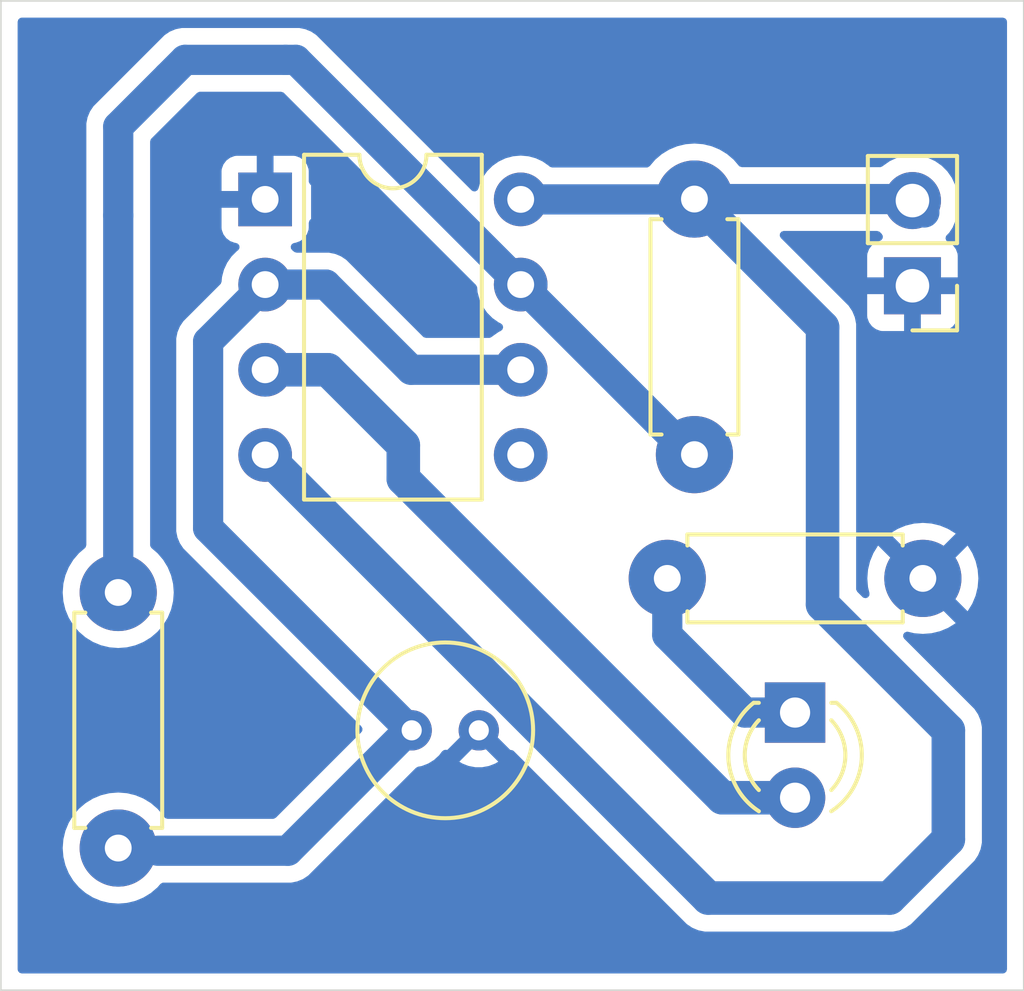
<source format=kicad_pcb>
(kicad_pcb (version 20240108) (generator "pcbnew") (generator_version "8.0")
  (layers (0 "F.Cu" signal) (31 "B.Cu" signal) (36 "B.SilkS" user "B.Silkscreen") (37 "F.SilkS" user "F.Silkscreen") (38 "B.Mask" user) (39 "F.Mask" user) (44 "Edge.Cuts" user))
  (net 0 "")
  (net 1 "/CHR")
  (net 2 "GND")
  (net 3 "Net-(D1-K)")
  (net 4 "/OUT")
  (net 5 "9V")
  (net 6 "/DIS")
  (footprint "LED_THT:LED_D3.0mm" (layer "F.Cu") (at 118.68 79.47 -90)
    (property "Reference" "D1" (hide yes))
    (property "Value" "LED")
    (fp_line (start -0.29 1.08) (end -0.29 1.236) (stroke (width 0.12)) (layer "F.SilkS"))
    (fp_line (start -0.29 -1.236) (end -0.29 -1.08) (stroke (width 0.12)) (layer "F.SilkS"))
    (fp_arc (start 2.31113 1.079837) (mid 1.270117 1.5) (end 0.229039 1.08) (stroke (width 0.12)) (layer "F.SilkS"))
    (fp_arc (start 2.942335 1.078608) (mid 1.366487 1.987659) (end -0.29 1.235516) (stroke (width 0.12)) (layer "F.SilkS"))
    (fp_arc (start 0.229039 -1.08) (mid 1.270117 -1.5) (end 2.31113 -1.079837) (stroke (width 0.12)) (layer "F.SilkS"))
    (fp_arc (start -0.29 -1.235516) (mid 1.366487 -1.987659) (end 2.942335 -1.078608) (stroke (width 0.12)) (layer "F.SilkS"))
    (pad "1" thru_hole rect (at 0 0 270) (size 1.8 1.8) (drill 0.9) (layers "*.Cu" "*.Mask") (net 3 "Net-(D1-K)"))
    (pad "2" thru_hole circle (at 2.54 0 270) (size 1.8 1.8) (drill 0.9) (layers "*.Cu" "*.Mask") (net 4 "/OUT"))
  )
  (footprint "Capacitor_THT:C_Radial_D5.0mm_H7.0mm_P2.00mm" (layer "F.Cu") (at 107.25 80)
    (property "Reference" "C1" (hide yes))
    (property "Value" "10uF")
    (fp_circle (center 1 0) (end 3.62 0) (stroke (width 0.12)) (fill none) (layer "F.SilkS"))
    (pad "1" thru_hole circle (at 0 0) (size 1.2 1.2) (drill 0.6) (layers "*.Cu" "*.Mask") (net 1 "/CHR"))
    (pad "2" thru_hole circle (at 2 0) (size 1.2 1.2) (drill 0.6) (layers "*.Cu" "*.Mask") (net 2 "GND"))
  )
  (footprint "Connector_PinHeader_2.54mm:PinHeader_1x02_P2.54mm_Vertical" (layer "F.Cu") (at 122.18 66.745 180)
    (property "Reference" "J1" (hide yes))
    (property "Value" "Conn_01x02_Pin")
    (fp_line (start 1.33 1.27) (end 1.33 3.87) (stroke (width 0.12)) (layer "F.SilkS"))
    (fp_line (start -1.33 3.87) (end 1.33 3.87) (stroke (width 0.12)) (layer "F.SilkS"))
    (fp_line (start -1.33 1.27) (end 1.33 1.27) (stroke (width 0.12)) (layer "F.SilkS"))
    (fp_line (start -1.33 1.27) (end -1.33 3.87) (stroke (width 0.12)) (layer "F.SilkS"))
    (fp_line (start -1.33 0) (end -1.33 -1.33) (stroke (width 0.12)) (layer "F.SilkS"))
    (fp_line (start -1.33 -1.33) (end 0 -1.33) (stroke (width 0.12)) (layer "F.SilkS"))
    (pad "1" thru_hole rect (at 0 0 180) (size 1.7 1.7) (drill 1) (layers "*.Cu" "*.Mask") (net 2 "GND"))
    (pad "2" thru_hole oval (at 0 2.54 180) (size 1.7 1.7) (drill 1) (layers "*.Cu" "*.Mask") (net 5 "9V"))
  )
  (footprint "MY_LIB:Resistor_small" (layer "F.Cu") (at 98.5 75.89 -90)
    (property "Reference" "R2" (hide yes))
    (property "Value" "100K")
    (fp_line (start 0.6 1.31) (end 7.02 1.31) (stroke (width 0.12)) (layer "F.SilkS"))
    (fp_line (start 7.02 1.31) (end 7.02 0.98) (stroke (width 0.12)) (layer "F.SilkS"))
    (fp_line (start 0.6 0.98) (end 0.6 1.31) (stroke (width 0.12)) (layer "F.SilkS"))
    (fp_line (start 0.6 -0.98) (end 0.6 -1.31) (stroke (width 0.12)) (layer "F.SilkS"))
    (fp_line (start 0.6 -1.31) (end 7.02 -1.31) (stroke (width 0.12)) (layer "F.SilkS"))
    (fp_line (start 7.02 -1.31) (end 7.02 -0.98) (stroke (width 0.12)) (layer "F.SilkS"))
    (pad "1" thru_hole circle (at 0 0 270) (size 2.3 2.3) (drill 0.8) (layers "*.Cu" "*.Mask") (net 6 "/DIS"))
    (pad "2" thru_hole circle (at 7.62 0 270) (size 2.3 2.3) (drill 0.8) (layers "*.Cu" "*.Mask") (net 1 "/CHR"))
  )
  (footprint "MY_LIB:Resistor_small" (layer "F.Cu") (at 114.87 75.47)
    (property "Reference" "R3" (hide yes))
    (property "Value" "220" (hide yes))
    (fp_line (start 0.6 -1.31) (end 7.02 -1.31) (stroke (width 0.12)) (layer "F.SilkS"))
    (fp_line (start 0.6 -0.98) (end 0.6 -1.31) (stroke (width 0.12)) (layer "F.SilkS"))
    (fp_line (start 0.6 0.98) (end 0.6 1.31) (stroke (width 0.12)) (layer "F.SilkS"))
    (fp_line (start 0.6 1.31) (end 7.02 1.31) (stroke (width 0.12)) (layer "F.SilkS"))
    (fp_line (start 7.02 -1.31) (end 7.02 -0.98) (stroke (width 0.12)) (layer "F.SilkS"))
    (fp_line (start 7.02 1.31) (end 7.02 0.98) (stroke (width 0.12)) (layer "F.SilkS"))
    (pad "1" thru_hole circle (at 0 0) (size 2.3 2.3) (drill 0.8) (layers "*.Cu" "*.Mask") (net 3 "Net-(D1-K)"))
    (pad "2" thru_hole circle (at 7.62 0) (size 2.3 2.3) (drill 0.8) (layers "*.Cu" "*.Mask") (net 2 "GND"))
  )
  (footprint "MY_LIB:Resistor_small" (layer "F.Cu") (at 115.68 64.16 -90)
    (property "Reference" "R1" (hide yes))
    (property "Value" "1K")
    (fp_line (start 0.6 1.31) (end 7.02 1.31) (stroke (width 0.12)) (layer "F.SilkS"))
    (fp_line (start 7.02 1.31) (end 7.02 0.98) (stroke (width 0.12)) (layer "F.SilkS"))
    (fp_line (start 0.6 0.98) (end 0.6 1.31) (stroke (width 0.12)) (layer "F.SilkS"))
    (fp_line (start 0.6 -0.98) (end 0.6 -1.31) (stroke (width 0.12)) (layer "F.SilkS"))
    (fp_line (start 0.6 -1.31) (end 7.02 -1.31) (stroke (width 0.12)) (layer "F.SilkS"))
    (fp_line (start 7.02 -1.31) (end 7.02 -0.98) (stroke (width 0.12)) (layer "F.SilkS"))
    (pad "1" thru_hole circle (at 0 0 270) (size 2.3 2.3) (drill 0.8) (layers "*.Cu" "*.Mask") (net 5 "9V"))
    (pad "2" thru_hole circle (at 7.62 0 270) (size 2.3 2.3) (drill 0.8) (layers "*.Cu" "*.Mask") (net 6 "/DIS"))
  )
  (footprint "Package_DIP:DIP-8_W7.62mm" (layer "F.Cu") (at 102.88 64.17)
    (property "Reference" "U1" (hide yes))
    (property "Value" "ICM7555xP")
    (fp_line (start 1.16 -1.33) (end 1.16 8.95) (stroke (width 0.12)) (layer "F.SilkS"))
    (fp_line (start 1.16 8.95) (end 6.46 8.95) (stroke (width 0.12)) (layer "F.SilkS"))
    (fp_line (start 2.81 -1.33) (end 1.16 -1.33) (stroke (width 0.12)) (layer "F.SilkS"))
    (fp_line (start 6.46 -1.33) (end 4.81 -1.33) (stroke (width 0.12)) (layer "F.SilkS"))
    (fp_line (start 6.46 8.95) (end 6.46 -1.33) (stroke (width 0.12)) (layer "F.SilkS"))
    (fp_arc (start 4.81 -1.33) (mid 3.81 -0.33) (end 2.81 -1.33) (stroke (width 0.12)) (layer "F.SilkS"))
    (pad "1" thru_hole rect (at 0 0) (size 1.6 1.6) (drill 0.8) (layers "*.Cu" "*.Mask") (net 2 "GND"))
    (pad "2" thru_hole oval (at 0 2.54) (size 1.6 1.6) (drill 0.8) (layers "*.Cu" "*.Mask") (net 1 "/CHR"))
    (pad "3" thru_hole oval (at 0 5.08) (size 1.6 1.6) (drill 0.8) (layers "*.Cu" "*.Mask") (net 4 "/OUT"))
    (pad "4" thru_hole oval (at 0 7.62) (size 1.6 1.6) (drill 0.8) (layers "*.Cu" "*.Mask") (net 5 "9V"))
    (pad "5" thru_hole oval (at 7.62 7.62) (size 1.6 1.6) (drill 0.8) (layers "*.Cu" "*.Mask"))
    (pad "6" thru_hole oval (at 7.62 5.08) (size 1.6 1.6) (drill 0.8) (layers "*.Cu" "*.Mask") (net 1 "/CHR"))
    (pad "7" thru_hole oval (at 7.62 2.54) (size 1.6 1.6) (drill 0.8) (layers "*.Cu" "*.Mask") (net 6 "/DIS"))
    (pad "8" thru_hole oval (at 7.62 0) (size 1.6 1.6) (drill 0.8) (layers "*.Cu" "*.Mask") (net 5 "9V"))
  )
  (gr_rect (start 95 58.25) (end 125.5 87.75) (stroke (width 0.05)) (fill none) (layer "Edge.Cuts"))
  (segment (start 104.69 66.71) (end 107.23 69.25) (width 0.9) (layer "B.Cu") (net 1))
  (segment (start 102.88 66.71) (end 104.69 66.71) (width 0.9) (layer "B.Cu") (net 1))
  (segment (start 101.18 73.97) (end 107.18 79.97) (width 0.9) (layer "B.Cu") (net 1))
  (segment (start 101.18 68.41) (end 101.18 73.97) (width 0.9) (layer "B.Cu") (net 1))
  (segment (start 99.68 83.59) (end 103.56 83.59) (width 0.9) (layer "B.Cu") (net 1))
  (segment (start 107.23 69.25) (end 110.5 69.25) (width 0.9) (layer "B.Cu") (net 1))
  (segment (start 102.88 66.71) (end 101.18 68.41) (width 0.9) (layer "B.Cu") (net 1))
  (segment (start 103.56 83.59) (end 107.18 79.97) (width 0.9) (layer "B.Cu") (net 1))
  (segment (start 114.87 75.47) (end 114.87 77.16) (width 0.9) (layer "B.Cu") (net 3))
  (segment (start 117.18 79.47) (end 118.68 79.47) (width 0.9) (layer "B.Cu") (net 3))
  (segment (start 114.87 77.16) (end 117.18 79.47) (width 0.9) (layer "B.Cu") (net 3))
  (segment (start 107 71.5) (end 107 72.5) (width 1) (layer "B.Cu") (net 4))
  (segment (start 107 72.5) (end 116.51 82.01) (width 1) (layer "B.Cu") (net 4))
  (segment (start 104.75 69.25) (end 107 71.5) (width 1) (layer "B.Cu") (net 4))
  (segment (start 102.88 69.25) (end 104.75 69.25) (width 1) (layer "B.Cu") (net 4))
  (segment (start 116.51 82.01) (end 118.68 82.01) (width 1) (layer "B.Cu") (net 4))
  (segment (start 115.68 64.16) (end 122.135 64.16) (width 0.9) (layer "B.Cu") (net 5))
  (segment (start 116.09 85) (end 121.5 85) (width 1) (layer "B.Cu") (net 5))
  (segment (start 119.5 67.98) (end 115.68 64.16) (width 1) (layer "B.Cu") (net 5))
  (segment (start 115.67 64.17) (end 115.68 64.16) (width 0.9) (layer "B.Cu") (net 5))
  (segment (start 102.88 71.79) (end 116.09 85) (width 1) (layer "B.Cu") (net 5))
  (segment (start 122.18 64.205) (end 122.535 64.56) (width 0.9) (layer "B.Cu") (net 5))
  (segment (start 123.25 80) (end 119.5 76.25) (width 1) (layer "B.Cu") (net 5))
  (segment (start 123.25 83.25) (end 123.25 80) (width 1) (layer "B.Cu") (net 5))
  (segment (start 122.135 64.16) (end 122.18 64.205) (width 0.9) (layer "B.Cu") (net 5))
  (segment (start 121.5 85) (end 123.25 83.25) (width 1) (layer "B.Cu") (net 5))
  (segment (start 110.5 64.17) (end 115.67 64.17) (width 0.9) (layer "B.Cu") (net 5))
  (segment (start 119.5 76.25) (end 119.5 67.98) (width 1) (layer "B.Cu") (net 5))
  (segment (start 98.5 62) (end 99.99 60.51) (width 0.9) (layer "B.Cu") (net 6))
  (segment (start 103.49 60.01) (end 103.8 60.01) (width 0.9) (layer "B.Cu") (net 6))
  (segment (start 103.8 60.01) (end 110.5 66.71) (width 0.9) (layer "B.Cu") (net 6))
  (segment (start 100.49 60.01) (end 103.49 60.01) (width 0.9) (layer "B.Cu") (net 6))
  (segment (start 98.5 64.65) (end 98.5 75.89) (width 0.9) (layer "B.Cu") (net 6))
  (segment (start 98.5 64.65) (end 98.5 62) (width 0.9) (layer "B.Cu") (net 6))
  (segment (start 115.57 71.78) (end 110.5 66.71) (width 0.9) (layer "B.Cu") (net 6))
  (segment (start 115.68 71.78) (end 115.57 71.78) (width 0.9) (layer "B.Cu") (net 6))
  (segment (start 99.99 60.51) (end 100.49 60.01) (width 0.9) (layer "B.Cu") (net 6))
  (zone (net 0) (net_name "") (layer "B.Cu") (connect_pads (clearance 0)) (min_thickness 0.25)
    (keepout (tracks allowed) (vias allowed) (pads allowed) (copperpour not_allowed) (footprints allowed))
    (fill (thermal_gap 0.5) (thermal_bridge_width 0.5))
    (polygon (pts (xy 103.5 63.75) (xy 104.25 63.75) (xy 104.25 64.75) (xy 103.5 64.75)))
  )
  (zone (net 2) (net_name "GND") (layer "B.Cu") (connect_pads (clearance 0.5)) (min_thickness 0.25) (fill yes (thermal_gap 0.5) (thermal_bridge_width 0.5))
    (polygon (pts (xy 95 58.25) (xy 125.5 58.25) (xy 125.5 87.75) (xy 95 87.5)))
  )
  (zone (net 0) (net_name "") (layer "B.Cu") (connect_pads (clearance 0)) (min_thickness 0.25)
    (keepout (tracks allowed) (vias allowed) (pads allowed) (copperpour not_allowed) (footprints allowed))
    (fill (thermal_gap 0.5) (thermal_bridge_width 0.5))
    (polygon (pts (xy 109.25 79.5) (xy 108.75 80) (xy 108.5 79.75) (xy 109 79.25)))
  )
)
</source>
